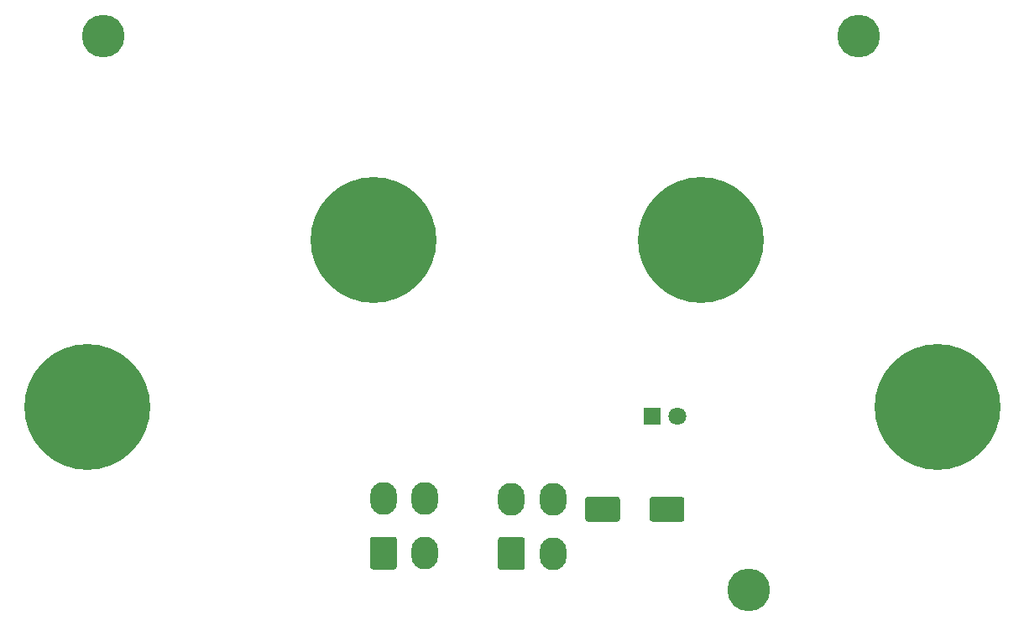
<source format=gbr>
%TF.GenerationSoftware,KiCad,Pcbnew,(5.1.10)-1*%
%TF.CreationDate,2021-11-16T17:11:48+11:00*%
%TF.ProjectId,Fuel Panel PCB V2,4675656c-2050-4616-9e65-6c2050434220,rev?*%
%TF.SameCoordinates,Original*%
%TF.FileFunction,Soldermask,Bot*%
%TF.FilePolarity,Negative*%
%FSLAX46Y46*%
G04 Gerber Fmt 4.6, Leading zero omitted, Abs format (unit mm)*
G04 Created by KiCad (PCBNEW (5.1.10)-1) date 2021-11-16 17:11:48*
%MOMM*%
%LPD*%
G01*
G04 APERTURE LIST*
%ADD10O,2.700000X3.300000*%
%ADD11C,12.700000*%
%ADD12C,4.300000*%
%ADD13C,1.800000*%
%ADD14R,1.800000X1.800000*%
G04 APERTURE END LIST*
D10*
%TO.C,J2*%
X163001000Y-130187000D03*
X158801000Y-130187000D03*
X163001000Y-135687000D03*
G36*
G01*
X157451000Y-137086999D02*
X157451000Y-134287001D01*
G75*
G02*
X157701001Y-134037000I250001J0D01*
G01*
X159900999Y-134037000D01*
G75*
G02*
X160151000Y-134287001I0J-250001D01*
G01*
X160151000Y-137086999D01*
G75*
G02*
X159900999Y-137337000I-250001J0D01*
G01*
X157701001Y-137337000D01*
G75*
G02*
X157451000Y-137086999I0J250001D01*
G01*
G37*
%TD*%
%TO.C,J1*%
X150098000Y-130136000D03*
X145898000Y-130136000D03*
X150098000Y-135636000D03*
G36*
G01*
X144548000Y-137035999D02*
X144548000Y-134236001D01*
G75*
G02*
X144798001Y-133986000I250001J0D01*
G01*
X146997999Y-133986000D01*
G75*
G02*
X147248000Y-134236001I0J-250001D01*
G01*
X147248000Y-137035999D01*
G75*
G02*
X146997999Y-137286000I-250001J0D01*
G01*
X144798001Y-137286000D01*
G75*
G02*
X144548000Y-137035999I0J250001D01*
G01*
G37*
%TD*%
D11*
%TO.C,7*%
X116027200Y-120929400D03*
%TD*%
D12*
%TO.C,6*%
X193814700Y-83464400D03*
%TD*%
%TO.C,5*%
X117614700Y-83464400D03*
%TD*%
%TO.C,5*%
X182704740Y-139344400D03*
%TD*%
D11*
%TO.C,3*%
X201752200Y-120929400D03*
X201752200Y-120929400D03*
%TD*%
%TO.C,2*%
X177939700Y-104038400D03*
X177939700Y-104038400D03*
%TD*%
%TO.C,1*%
X144919700Y-104038400D03*
X144919700Y-104038400D03*
%TD*%
D13*
%TO.C,D33*%
X175514000Y-121818000D03*
D14*
X172974000Y-121818000D03*
%TD*%
%TO.C,C1*%
G36*
G01*
X169748000Y-130216000D02*
X169748000Y-132216000D01*
G75*
G02*
X169498000Y-132466000I-250000J0D01*
G01*
X166498000Y-132466000D01*
G75*
G02*
X166248000Y-132216000I0J250000D01*
G01*
X166248000Y-130216000D01*
G75*
G02*
X166498000Y-129966000I250000J0D01*
G01*
X169498000Y-129966000D01*
G75*
G02*
X169748000Y-130216000I0J-250000D01*
G01*
G37*
G36*
G01*
X176248000Y-130216000D02*
X176248000Y-132216000D01*
G75*
G02*
X175998000Y-132466000I-250000J0D01*
G01*
X172998000Y-132466000D01*
G75*
G02*
X172748000Y-132216000I0J250000D01*
G01*
X172748000Y-130216000D01*
G75*
G02*
X172998000Y-129966000I250000J0D01*
G01*
X175998000Y-129966000D01*
G75*
G02*
X176248000Y-130216000I0J-250000D01*
G01*
G37*
%TD*%
M02*

</source>
